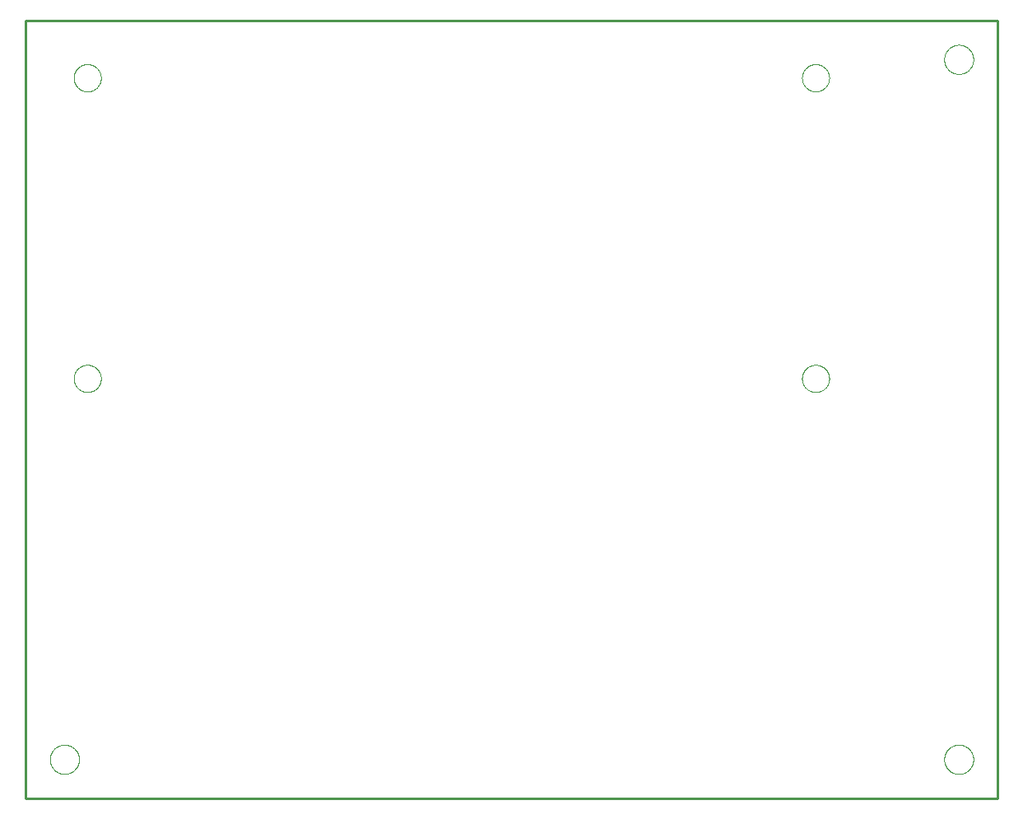
<source format=gko>
G04 EAGLE Gerber RS-274X export*
G75*
%MOMM*%
%FSLAX34Y34*%
%LPD*%
%INBoard Outline*%
%IPPOS*%
%AMOC8*
5,1,8,0,0,1.08239X$1,22.5*%
G01*
%ADD10C,0.000000*%
%ADD11C,0.254000*%


D10*
X0Y0D02*
X1000000Y0D01*
X1000000Y800000D01*
X0Y800000D01*
X0Y0D01*
X25000Y40000D02*
X25005Y40368D01*
X25018Y40736D01*
X25041Y41103D01*
X25072Y41470D01*
X25113Y41836D01*
X25162Y42201D01*
X25221Y42564D01*
X25288Y42926D01*
X25364Y43287D01*
X25450Y43645D01*
X25543Y44001D01*
X25646Y44354D01*
X25757Y44705D01*
X25877Y45053D01*
X26005Y45398D01*
X26142Y45740D01*
X26287Y46079D01*
X26440Y46413D01*
X26602Y46744D01*
X26771Y47071D01*
X26949Y47393D01*
X27134Y47712D01*
X27327Y48025D01*
X27528Y48334D01*
X27736Y48637D01*
X27952Y48935D01*
X28175Y49228D01*
X28405Y49516D01*
X28642Y49798D01*
X28886Y50073D01*
X29136Y50343D01*
X29393Y50607D01*
X29657Y50864D01*
X29927Y51114D01*
X30202Y51358D01*
X30484Y51595D01*
X30772Y51825D01*
X31065Y52048D01*
X31363Y52264D01*
X31666Y52472D01*
X31975Y52673D01*
X32288Y52866D01*
X32607Y53051D01*
X32929Y53229D01*
X33256Y53398D01*
X33587Y53560D01*
X33921Y53713D01*
X34260Y53858D01*
X34602Y53995D01*
X34947Y54123D01*
X35295Y54243D01*
X35646Y54354D01*
X35999Y54457D01*
X36355Y54550D01*
X36713Y54636D01*
X37074Y54712D01*
X37436Y54779D01*
X37799Y54838D01*
X38164Y54887D01*
X38530Y54928D01*
X38897Y54959D01*
X39264Y54982D01*
X39632Y54995D01*
X40000Y55000D01*
X40368Y54995D01*
X40736Y54982D01*
X41103Y54959D01*
X41470Y54928D01*
X41836Y54887D01*
X42201Y54838D01*
X42564Y54779D01*
X42926Y54712D01*
X43287Y54636D01*
X43645Y54550D01*
X44001Y54457D01*
X44354Y54354D01*
X44705Y54243D01*
X45053Y54123D01*
X45398Y53995D01*
X45740Y53858D01*
X46079Y53713D01*
X46413Y53560D01*
X46744Y53398D01*
X47071Y53229D01*
X47393Y53051D01*
X47712Y52866D01*
X48025Y52673D01*
X48334Y52472D01*
X48637Y52264D01*
X48935Y52048D01*
X49228Y51825D01*
X49516Y51595D01*
X49798Y51358D01*
X50073Y51114D01*
X50343Y50864D01*
X50607Y50607D01*
X50864Y50343D01*
X51114Y50073D01*
X51358Y49798D01*
X51595Y49516D01*
X51825Y49228D01*
X52048Y48935D01*
X52264Y48637D01*
X52472Y48334D01*
X52673Y48025D01*
X52866Y47712D01*
X53051Y47393D01*
X53229Y47071D01*
X53398Y46744D01*
X53560Y46413D01*
X53713Y46079D01*
X53858Y45740D01*
X53995Y45398D01*
X54123Y45053D01*
X54243Y44705D01*
X54354Y44354D01*
X54457Y44001D01*
X54550Y43645D01*
X54636Y43287D01*
X54712Y42926D01*
X54779Y42564D01*
X54838Y42201D01*
X54887Y41836D01*
X54928Y41470D01*
X54959Y41103D01*
X54982Y40736D01*
X54995Y40368D01*
X55000Y40000D01*
X54995Y39632D01*
X54982Y39264D01*
X54959Y38897D01*
X54928Y38530D01*
X54887Y38164D01*
X54838Y37799D01*
X54779Y37436D01*
X54712Y37074D01*
X54636Y36713D01*
X54550Y36355D01*
X54457Y35999D01*
X54354Y35646D01*
X54243Y35295D01*
X54123Y34947D01*
X53995Y34602D01*
X53858Y34260D01*
X53713Y33921D01*
X53560Y33587D01*
X53398Y33256D01*
X53229Y32929D01*
X53051Y32607D01*
X52866Y32288D01*
X52673Y31975D01*
X52472Y31666D01*
X52264Y31363D01*
X52048Y31065D01*
X51825Y30772D01*
X51595Y30484D01*
X51358Y30202D01*
X51114Y29927D01*
X50864Y29657D01*
X50607Y29393D01*
X50343Y29136D01*
X50073Y28886D01*
X49798Y28642D01*
X49516Y28405D01*
X49228Y28175D01*
X48935Y27952D01*
X48637Y27736D01*
X48334Y27528D01*
X48025Y27327D01*
X47712Y27134D01*
X47393Y26949D01*
X47071Y26771D01*
X46744Y26602D01*
X46413Y26440D01*
X46079Y26287D01*
X45740Y26142D01*
X45398Y26005D01*
X45053Y25877D01*
X44705Y25757D01*
X44354Y25646D01*
X44001Y25543D01*
X43645Y25450D01*
X43287Y25364D01*
X42926Y25288D01*
X42564Y25221D01*
X42201Y25162D01*
X41836Y25113D01*
X41470Y25072D01*
X41103Y25041D01*
X40736Y25018D01*
X40368Y25005D01*
X40000Y25000D01*
X39632Y25005D01*
X39264Y25018D01*
X38897Y25041D01*
X38530Y25072D01*
X38164Y25113D01*
X37799Y25162D01*
X37436Y25221D01*
X37074Y25288D01*
X36713Y25364D01*
X36355Y25450D01*
X35999Y25543D01*
X35646Y25646D01*
X35295Y25757D01*
X34947Y25877D01*
X34602Y26005D01*
X34260Y26142D01*
X33921Y26287D01*
X33587Y26440D01*
X33256Y26602D01*
X32929Y26771D01*
X32607Y26949D01*
X32288Y27134D01*
X31975Y27327D01*
X31666Y27528D01*
X31363Y27736D01*
X31065Y27952D01*
X30772Y28175D01*
X30484Y28405D01*
X30202Y28642D01*
X29927Y28886D01*
X29657Y29136D01*
X29393Y29393D01*
X29136Y29657D01*
X28886Y29927D01*
X28642Y30202D01*
X28405Y30484D01*
X28175Y30772D01*
X27952Y31065D01*
X27736Y31363D01*
X27528Y31666D01*
X27327Y31975D01*
X27134Y32288D01*
X26949Y32607D01*
X26771Y32929D01*
X26602Y33256D01*
X26440Y33587D01*
X26287Y33921D01*
X26142Y34260D01*
X26005Y34602D01*
X25877Y34947D01*
X25757Y35295D01*
X25646Y35646D01*
X25543Y35999D01*
X25450Y36355D01*
X25364Y36713D01*
X25288Y37074D01*
X25221Y37436D01*
X25162Y37799D01*
X25113Y38164D01*
X25072Y38530D01*
X25041Y38897D01*
X25018Y39264D01*
X25005Y39632D01*
X25000Y40000D01*
X945000Y40000D02*
X945005Y40368D01*
X945018Y40736D01*
X945041Y41103D01*
X945072Y41470D01*
X945113Y41836D01*
X945162Y42201D01*
X945221Y42564D01*
X945288Y42926D01*
X945364Y43287D01*
X945450Y43645D01*
X945543Y44001D01*
X945646Y44354D01*
X945757Y44705D01*
X945877Y45053D01*
X946005Y45398D01*
X946142Y45740D01*
X946287Y46079D01*
X946440Y46413D01*
X946602Y46744D01*
X946771Y47071D01*
X946949Y47393D01*
X947134Y47712D01*
X947327Y48025D01*
X947528Y48334D01*
X947736Y48637D01*
X947952Y48935D01*
X948175Y49228D01*
X948405Y49516D01*
X948642Y49798D01*
X948886Y50073D01*
X949136Y50343D01*
X949393Y50607D01*
X949657Y50864D01*
X949927Y51114D01*
X950202Y51358D01*
X950484Y51595D01*
X950772Y51825D01*
X951065Y52048D01*
X951363Y52264D01*
X951666Y52472D01*
X951975Y52673D01*
X952288Y52866D01*
X952607Y53051D01*
X952929Y53229D01*
X953256Y53398D01*
X953587Y53560D01*
X953921Y53713D01*
X954260Y53858D01*
X954602Y53995D01*
X954947Y54123D01*
X955295Y54243D01*
X955646Y54354D01*
X955999Y54457D01*
X956355Y54550D01*
X956713Y54636D01*
X957074Y54712D01*
X957436Y54779D01*
X957799Y54838D01*
X958164Y54887D01*
X958530Y54928D01*
X958897Y54959D01*
X959264Y54982D01*
X959632Y54995D01*
X960000Y55000D01*
X960368Y54995D01*
X960736Y54982D01*
X961103Y54959D01*
X961470Y54928D01*
X961836Y54887D01*
X962201Y54838D01*
X962564Y54779D01*
X962926Y54712D01*
X963287Y54636D01*
X963645Y54550D01*
X964001Y54457D01*
X964354Y54354D01*
X964705Y54243D01*
X965053Y54123D01*
X965398Y53995D01*
X965740Y53858D01*
X966079Y53713D01*
X966413Y53560D01*
X966744Y53398D01*
X967071Y53229D01*
X967393Y53051D01*
X967712Y52866D01*
X968025Y52673D01*
X968334Y52472D01*
X968637Y52264D01*
X968935Y52048D01*
X969228Y51825D01*
X969516Y51595D01*
X969798Y51358D01*
X970073Y51114D01*
X970343Y50864D01*
X970607Y50607D01*
X970864Y50343D01*
X971114Y50073D01*
X971358Y49798D01*
X971595Y49516D01*
X971825Y49228D01*
X972048Y48935D01*
X972264Y48637D01*
X972472Y48334D01*
X972673Y48025D01*
X972866Y47712D01*
X973051Y47393D01*
X973229Y47071D01*
X973398Y46744D01*
X973560Y46413D01*
X973713Y46079D01*
X973858Y45740D01*
X973995Y45398D01*
X974123Y45053D01*
X974243Y44705D01*
X974354Y44354D01*
X974457Y44001D01*
X974550Y43645D01*
X974636Y43287D01*
X974712Y42926D01*
X974779Y42564D01*
X974838Y42201D01*
X974887Y41836D01*
X974928Y41470D01*
X974959Y41103D01*
X974982Y40736D01*
X974995Y40368D01*
X975000Y40000D01*
X974995Y39632D01*
X974982Y39264D01*
X974959Y38897D01*
X974928Y38530D01*
X974887Y38164D01*
X974838Y37799D01*
X974779Y37436D01*
X974712Y37074D01*
X974636Y36713D01*
X974550Y36355D01*
X974457Y35999D01*
X974354Y35646D01*
X974243Y35295D01*
X974123Y34947D01*
X973995Y34602D01*
X973858Y34260D01*
X973713Y33921D01*
X973560Y33587D01*
X973398Y33256D01*
X973229Y32929D01*
X973051Y32607D01*
X972866Y32288D01*
X972673Y31975D01*
X972472Y31666D01*
X972264Y31363D01*
X972048Y31065D01*
X971825Y30772D01*
X971595Y30484D01*
X971358Y30202D01*
X971114Y29927D01*
X970864Y29657D01*
X970607Y29393D01*
X970343Y29136D01*
X970073Y28886D01*
X969798Y28642D01*
X969516Y28405D01*
X969228Y28175D01*
X968935Y27952D01*
X968637Y27736D01*
X968334Y27528D01*
X968025Y27327D01*
X967712Y27134D01*
X967393Y26949D01*
X967071Y26771D01*
X966744Y26602D01*
X966413Y26440D01*
X966079Y26287D01*
X965740Y26142D01*
X965398Y26005D01*
X965053Y25877D01*
X964705Y25757D01*
X964354Y25646D01*
X964001Y25543D01*
X963645Y25450D01*
X963287Y25364D01*
X962926Y25288D01*
X962564Y25221D01*
X962201Y25162D01*
X961836Y25113D01*
X961470Y25072D01*
X961103Y25041D01*
X960736Y25018D01*
X960368Y25005D01*
X960000Y25000D01*
X959632Y25005D01*
X959264Y25018D01*
X958897Y25041D01*
X958530Y25072D01*
X958164Y25113D01*
X957799Y25162D01*
X957436Y25221D01*
X957074Y25288D01*
X956713Y25364D01*
X956355Y25450D01*
X955999Y25543D01*
X955646Y25646D01*
X955295Y25757D01*
X954947Y25877D01*
X954602Y26005D01*
X954260Y26142D01*
X953921Y26287D01*
X953587Y26440D01*
X953256Y26602D01*
X952929Y26771D01*
X952607Y26949D01*
X952288Y27134D01*
X951975Y27327D01*
X951666Y27528D01*
X951363Y27736D01*
X951065Y27952D01*
X950772Y28175D01*
X950484Y28405D01*
X950202Y28642D01*
X949927Y28886D01*
X949657Y29136D01*
X949393Y29393D01*
X949136Y29657D01*
X948886Y29927D01*
X948642Y30202D01*
X948405Y30484D01*
X948175Y30772D01*
X947952Y31065D01*
X947736Y31363D01*
X947528Y31666D01*
X947327Y31975D01*
X947134Y32288D01*
X946949Y32607D01*
X946771Y32929D01*
X946602Y33256D01*
X946440Y33587D01*
X946287Y33921D01*
X946142Y34260D01*
X946005Y34602D01*
X945877Y34947D01*
X945757Y35295D01*
X945646Y35646D01*
X945543Y35999D01*
X945450Y36355D01*
X945364Y36713D01*
X945288Y37074D01*
X945221Y37436D01*
X945162Y37799D01*
X945113Y38164D01*
X945072Y38530D01*
X945041Y38897D01*
X945018Y39264D01*
X945005Y39632D01*
X945000Y40000D01*
X945000Y760000D02*
X945005Y760368D01*
X945018Y760736D01*
X945041Y761103D01*
X945072Y761470D01*
X945113Y761836D01*
X945162Y762201D01*
X945221Y762564D01*
X945288Y762926D01*
X945364Y763287D01*
X945450Y763645D01*
X945543Y764001D01*
X945646Y764354D01*
X945757Y764705D01*
X945877Y765053D01*
X946005Y765398D01*
X946142Y765740D01*
X946287Y766079D01*
X946440Y766413D01*
X946602Y766744D01*
X946771Y767071D01*
X946949Y767393D01*
X947134Y767712D01*
X947327Y768025D01*
X947528Y768334D01*
X947736Y768637D01*
X947952Y768935D01*
X948175Y769228D01*
X948405Y769516D01*
X948642Y769798D01*
X948886Y770073D01*
X949136Y770343D01*
X949393Y770607D01*
X949657Y770864D01*
X949927Y771114D01*
X950202Y771358D01*
X950484Y771595D01*
X950772Y771825D01*
X951065Y772048D01*
X951363Y772264D01*
X951666Y772472D01*
X951975Y772673D01*
X952288Y772866D01*
X952607Y773051D01*
X952929Y773229D01*
X953256Y773398D01*
X953587Y773560D01*
X953921Y773713D01*
X954260Y773858D01*
X954602Y773995D01*
X954947Y774123D01*
X955295Y774243D01*
X955646Y774354D01*
X955999Y774457D01*
X956355Y774550D01*
X956713Y774636D01*
X957074Y774712D01*
X957436Y774779D01*
X957799Y774838D01*
X958164Y774887D01*
X958530Y774928D01*
X958897Y774959D01*
X959264Y774982D01*
X959632Y774995D01*
X960000Y775000D01*
X960368Y774995D01*
X960736Y774982D01*
X961103Y774959D01*
X961470Y774928D01*
X961836Y774887D01*
X962201Y774838D01*
X962564Y774779D01*
X962926Y774712D01*
X963287Y774636D01*
X963645Y774550D01*
X964001Y774457D01*
X964354Y774354D01*
X964705Y774243D01*
X965053Y774123D01*
X965398Y773995D01*
X965740Y773858D01*
X966079Y773713D01*
X966413Y773560D01*
X966744Y773398D01*
X967071Y773229D01*
X967393Y773051D01*
X967712Y772866D01*
X968025Y772673D01*
X968334Y772472D01*
X968637Y772264D01*
X968935Y772048D01*
X969228Y771825D01*
X969516Y771595D01*
X969798Y771358D01*
X970073Y771114D01*
X970343Y770864D01*
X970607Y770607D01*
X970864Y770343D01*
X971114Y770073D01*
X971358Y769798D01*
X971595Y769516D01*
X971825Y769228D01*
X972048Y768935D01*
X972264Y768637D01*
X972472Y768334D01*
X972673Y768025D01*
X972866Y767712D01*
X973051Y767393D01*
X973229Y767071D01*
X973398Y766744D01*
X973560Y766413D01*
X973713Y766079D01*
X973858Y765740D01*
X973995Y765398D01*
X974123Y765053D01*
X974243Y764705D01*
X974354Y764354D01*
X974457Y764001D01*
X974550Y763645D01*
X974636Y763287D01*
X974712Y762926D01*
X974779Y762564D01*
X974838Y762201D01*
X974887Y761836D01*
X974928Y761470D01*
X974959Y761103D01*
X974982Y760736D01*
X974995Y760368D01*
X975000Y760000D01*
X974995Y759632D01*
X974982Y759264D01*
X974959Y758897D01*
X974928Y758530D01*
X974887Y758164D01*
X974838Y757799D01*
X974779Y757436D01*
X974712Y757074D01*
X974636Y756713D01*
X974550Y756355D01*
X974457Y755999D01*
X974354Y755646D01*
X974243Y755295D01*
X974123Y754947D01*
X973995Y754602D01*
X973858Y754260D01*
X973713Y753921D01*
X973560Y753587D01*
X973398Y753256D01*
X973229Y752929D01*
X973051Y752607D01*
X972866Y752288D01*
X972673Y751975D01*
X972472Y751666D01*
X972264Y751363D01*
X972048Y751065D01*
X971825Y750772D01*
X971595Y750484D01*
X971358Y750202D01*
X971114Y749927D01*
X970864Y749657D01*
X970607Y749393D01*
X970343Y749136D01*
X970073Y748886D01*
X969798Y748642D01*
X969516Y748405D01*
X969228Y748175D01*
X968935Y747952D01*
X968637Y747736D01*
X968334Y747528D01*
X968025Y747327D01*
X967712Y747134D01*
X967393Y746949D01*
X967071Y746771D01*
X966744Y746602D01*
X966413Y746440D01*
X966079Y746287D01*
X965740Y746142D01*
X965398Y746005D01*
X965053Y745877D01*
X964705Y745757D01*
X964354Y745646D01*
X964001Y745543D01*
X963645Y745450D01*
X963287Y745364D01*
X962926Y745288D01*
X962564Y745221D01*
X962201Y745162D01*
X961836Y745113D01*
X961470Y745072D01*
X961103Y745041D01*
X960736Y745018D01*
X960368Y745005D01*
X960000Y745000D01*
X959632Y745005D01*
X959264Y745018D01*
X958897Y745041D01*
X958530Y745072D01*
X958164Y745113D01*
X957799Y745162D01*
X957436Y745221D01*
X957074Y745288D01*
X956713Y745364D01*
X956355Y745450D01*
X955999Y745543D01*
X955646Y745646D01*
X955295Y745757D01*
X954947Y745877D01*
X954602Y746005D01*
X954260Y746142D01*
X953921Y746287D01*
X953587Y746440D01*
X953256Y746602D01*
X952929Y746771D01*
X952607Y746949D01*
X952288Y747134D01*
X951975Y747327D01*
X951666Y747528D01*
X951363Y747736D01*
X951065Y747952D01*
X950772Y748175D01*
X950484Y748405D01*
X950202Y748642D01*
X949927Y748886D01*
X949657Y749136D01*
X949393Y749393D01*
X949136Y749657D01*
X948886Y749927D01*
X948642Y750202D01*
X948405Y750484D01*
X948175Y750772D01*
X947952Y751065D01*
X947736Y751363D01*
X947528Y751666D01*
X947327Y751975D01*
X947134Y752288D01*
X946949Y752607D01*
X946771Y752929D01*
X946602Y753256D01*
X946440Y753587D01*
X946287Y753921D01*
X946142Y754260D01*
X946005Y754602D01*
X945877Y754947D01*
X945757Y755295D01*
X945646Y755646D01*
X945543Y755999D01*
X945450Y756355D01*
X945364Y756713D01*
X945288Y757074D01*
X945221Y757436D01*
X945162Y757799D01*
X945113Y758164D01*
X945072Y758530D01*
X945041Y758897D01*
X945018Y759264D01*
X945005Y759632D01*
X945000Y760000D01*
X49500Y431800D02*
X49504Y432144D01*
X49517Y432487D01*
X49538Y432830D01*
X49567Y433172D01*
X49605Y433514D01*
X49652Y433854D01*
X49706Y434193D01*
X49769Y434531D01*
X49840Y434867D01*
X49920Y435202D01*
X50007Y435534D01*
X50103Y435864D01*
X50207Y436192D01*
X50318Y436516D01*
X50438Y436839D01*
X50566Y437158D01*
X50701Y437473D01*
X50844Y437786D01*
X50995Y438095D01*
X51153Y438400D01*
X51319Y438701D01*
X51492Y438997D01*
X51672Y439290D01*
X51859Y439578D01*
X52054Y439861D01*
X52255Y440140D01*
X52463Y440413D01*
X52678Y440682D01*
X52899Y440944D01*
X53127Y441202D01*
X53361Y441454D01*
X53601Y441699D01*
X53846Y441939D01*
X54098Y442173D01*
X54356Y442401D01*
X54618Y442622D01*
X54887Y442837D01*
X55160Y443045D01*
X55439Y443246D01*
X55722Y443441D01*
X56010Y443628D01*
X56303Y443808D01*
X56599Y443981D01*
X56900Y444147D01*
X57205Y444305D01*
X57514Y444456D01*
X57827Y444599D01*
X58142Y444734D01*
X58461Y444862D01*
X58784Y444982D01*
X59108Y445093D01*
X59436Y445197D01*
X59766Y445293D01*
X60098Y445380D01*
X60433Y445460D01*
X60769Y445531D01*
X61107Y445594D01*
X61446Y445648D01*
X61786Y445695D01*
X62128Y445733D01*
X62470Y445762D01*
X62813Y445783D01*
X63156Y445796D01*
X63500Y445800D01*
X63844Y445796D01*
X64187Y445783D01*
X64530Y445762D01*
X64872Y445733D01*
X65214Y445695D01*
X65554Y445648D01*
X65893Y445594D01*
X66231Y445531D01*
X66567Y445460D01*
X66902Y445380D01*
X67234Y445293D01*
X67564Y445197D01*
X67892Y445093D01*
X68216Y444982D01*
X68539Y444862D01*
X68858Y444734D01*
X69173Y444599D01*
X69486Y444456D01*
X69795Y444305D01*
X70100Y444147D01*
X70401Y443981D01*
X70697Y443808D01*
X70990Y443628D01*
X71278Y443441D01*
X71561Y443246D01*
X71840Y443045D01*
X72113Y442837D01*
X72382Y442622D01*
X72644Y442401D01*
X72902Y442173D01*
X73154Y441939D01*
X73399Y441699D01*
X73639Y441454D01*
X73873Y441202D01*
X74101Y440944D01*
X74322Y440682D01*
X74537Y440413D01*
X74745Y440140D01*
X74946Y439861D01*
X75141Y439578D01*
X75328Y439290D01*
X75508Y438997D01*
X75681Y438701D01*
X75847Y438400D01*
X76005Y438095D01*
X76156Y437786D01*
X76299Y437473D01*
X76434Y437158D01*
X76562Y436839D01*
X76682Y436516D01*
X76793Y436192D01*
X76897Y435864D01*
X76993Y435534D01*
X77080Y435202D01*
X77160Y434867D01*
X77231Y434531D01*
X77294Y434193D01*
X77348Y433854D01*
X77395Y433514D01*
X77433Y433172D01*
X77462Y432830D01*
X77483Y432487D01*
X77496Y432144D01*
X77500Y431800D01*
X77496Y431456D01*
X77483Y431113D01*
X77462Y430770D01*
X77433Y430428D01*
X77395Y430086D01*
X77348Y429746D01*
X77294Y429407D01*
X77231Y429069D01*
X77160Y428733D01*
X77080Y428398D01*
X76993Y428066D01*
X76897Y427736D01*
X76793Y427408D01*
X76682Y427084D01*
X76562Y426761D01*
X76434Y426442D01*
X76299Y426127D01*
X76156Y425814D01*
X76005Y425505D01*
X75847Y425200D01*
X75681Y424899D01*
X75508Y424603D01*
X75328Y424310D01*
X75141Y424022D01*
X74946Y423739D01*
X74745Y423460D01*
X74537Y423187D01*
X74322Y422918D01*
X74101Y422656D01*
X73873Y422398D01*
X73639Y422146D01*
X73399Y421901D01*
X73154Y421661D01*
X72902Y421427D01*
X72644Y421199D01*
X72382Y420978D01*
X72113Y420763D01*
X71840Y420555D01*
X71561Y420354D01*
X71278Y420159D01*
X70990Y419972D01*
X70697Y419792D01*
X70401Y419619D01*
X70100Y419453D01*
X69795Y419295D01*
X69486Y419144D01*
X69173Y419001D01*
X68858Y418866D01*
X68539Y418738D01*
X68216Y418618D01*
X67892Y418507D01*
X67564Y418403D01*
X67234Y418307D01*
X66902Y418220D01*
X66567Y418140D01*
X66231Y418069D01*
X65893Y418006D01*
X65554Y417952D01*
X65214Y417905D01*
X64872Y417867D01*
X64530Y417838D01*
X64187Y417817D01*
X63844Y417804D01*
X63500Y417800D01*
X63156Y417804D01*
X62813Y417817D01*
X62470Y417838D01*
X62128Y417867D01*
X61786Y417905D01*
X61446Y417952D01*
X61107Y418006D01*
X60769Y418069D01*
X60433Y418140D01*
X60098Y418220D01*
X59766Y418307D01*
X59436Y418403D01*
X59108Y418507D01*
X58784Y418618D01*
X58461Y418738D01*
X58142Y418866D01*
X57827Y419001D01*
X57514Y419144D01*
X57205Y419295D01*
X56900Y419453D01*
X56599Y419619D01*
X56303Y419792D01*
X56010Y419972D01*
X55722Y420159D01*
X55439Y420354D01*
X55160Y420555D01*
X54887Y420763D01*
X54618Y420978D01*
X54356Y421199D01*
X54098Y421427D01*
X53846Y421661D01*
X53601Y421901D01*
X53361Y422146D01*
X53127Y422398D01*
X52899Y422656D01*
X52678Y422918D01*
X52463Y423187D01*
X52255Y423460D01*
X52054Y423739D01*
X51859Y424022D01*
X51672Y424310D01*
X51492Y424603D01*
X51319Y424899D01*
X51153Y425200D01*
X50995Y425505D01*
X50844Y425814D01*
X50701Y426127D01*
X50566Y426442D01*
X50438Y426761D01*
X50318Y427084D01*
X50207Y427408D01*
X50103Y427736D01*
X50007Y428066D01*
X49920Y428398D01*
X49840Y428733D01*
X49769Y429069D01*
X49706Y429407D01*
X49652Y429746D01*
X49605Y430086D01*
X49567Y430428D01*
X49538Y430770D01*
X49517Y431113D01*
X49504Y431456D01*
X49500Y431800D01*
X49500Y741000D02*
X49504Y741344D01*
X49517Y741687D01*
X49538Y742030D01*
X49567Y742372D01*
X49605Y742714D01*
X49652Y743054D01*
X49706Y743393D01*
X49769Y743731D01*
X49840Y744067D01*
X49920Y744402D01*
X50007Y744734D01*
X50103Y745064D01*
X50207Y745392D01*
X50318Y745716D01*
X50438Y746039D01*
X50566Y746358D01*
X50701Y746673D01*
X50844Y746986D01*
X50995Y747295D01*
X51153Y747600D01*
X51319Y747901D01*
X51492Y748197D01*
X51672Y748490D01*
X51859Y748778D01*
X52054Y749061D01*
X52255Y749340D01*
X52463Y749613D01*
X52678Y749882D01*
X52899Y750144D01*
X53127Y750402D01*
X53361Y750654D01*
X53601Y750899D01*
X53846Y751139D01*
X54098Y751373D01*
X54356Y751601D01*
X54618Y751822D01*
X54887Y752037D01*
X55160Y752245D01*
X55439Y752446D01*
X55722Y752641D01*
X56010Y752828D01*
X56303Y753008D01*
X56599Y753181D01*
X56900Y753347D01*
X57205Y753505D01*
X57514Y753656D01*
X57827Y753799D01*
X58142Y753934D01*
X58461Y754062D01*
X58784Y754182D01*
X59108Y754293D01*
X59436Y754397D01*
X59766Y754493D01*
X60098Y754580D01*
X60433Y754660D01*
X60769Y754731D01*
X61107Y754794D01*
X61446Y754848D01*
X61786Y754895D01*
X62128Y754933D01*
X62470Y754962D01*
X62813Y754983D01*
X63156Y754996D01*
X63500Y755000D01*
X63844Y754996D01*
X64187Y754983D01*
X64530Y754962D01*
X64872Y754933D01*
X65214Y754895D01*
X65554Y754848D01*
X65893Y754794D01*
X66231Y754731D01*
X66567Y754660D01*
X66902Y754580D01*
X67234Y754493D01*
X67564Y754397D01*
X67892Y754293D01*
X68216Y754182D01*
X68539Y754062D01*
X68858Y753934D01*
X69173Y753799D01*
X69486Y753656D01*
X69795Y753505D01*
X70100Y753347D01*
X70401Y753181D01*
X70697Y753008D01*
X70990Y752828D01*
X71278Y752641D01*
X71561Y752446D01*
X71840Y752245D01*
X72113Y752037D01*
X72382Y751822D01*
X72644Y751601D01*
X72902Y751373D01*
X73154Y751139D01*
X73399Y750899D01*
X73639Y750654D01*
X73873Y750402D01*
X74101Y750144D01*
X74322Y749882D01*
X74537Y749613D01*
X74745Y749340D01*
X74946Y749061D01*
X75141Y748778D01*
X75328Y748490D01*
X75508Y748197D01*
X75681Y747901D01*
X75847Y747600D01*
X76005Y747295D01*
X76156Y746986D01*
X76299Y746673D01*
X76434Y746358D01*
X76562Y746039D01*
X76682Y745716D01*
X76793Y745392D01*
X76897Y745064D01*
X76993Y744734D01*
X77080Y744402D01*
X77160Y744067D01*
X77231Y743731D01*
X77294Y743393D01*
X77348Y743054D01*
X77395Y742714D01*
X77433Y742372D01*
X77462Y742030D01*
X77483Y741687D01*
X77496Y741344D01*
X77500Y741000D01*
X77496Y740656D01*
X77483Y740313D01*
X77462Y739970D01*
X77433Y739628D01*
X77395Y739286D01*
X77348Y738946D01*
X77294Y738607D01*
X77231Y738269D01*
X77160Y737933D01*
X77080Y737598D01*
X76993Y737266D01*
X76897Y736936D01*
X76793Y736608D01*
X76682Y736284D01*
X76562Y735961D01*
X76434Y735642D01*
X76299Y735327D01*
X76156Y735014D01*
X76005Y734705D01*
X75847Y734400D01*
X75681Y734099D01*
X75508Y733803D01*
X75328Y733510D01*
X75141Y733222D01*
X74946Y732939D01*
X74745Y732660D01*
X74537Y732387D01*
X74322Y732118D01*
X74101Y731856D01*
X73873Y731598D01*
X73639Y731346D01*
X73399Y731101D01*
X73154Y730861D01*
X72902Y730627D01*
X72644Y730399D01*
X72382Y730178D01*
X72113Y729963D01*
X71840Y729755D01*
X71561Y729554D01*
X71278Y729359D01*
X70990Y729172D01*
X70697Y728992D01*
X70401Y728819D01*
X70100Y728653D01*
X69795Y728495D01*
X69486Y728344D01*
X69173Y728201D01*
X68858Y728066D01*
X68539Y727938D01*
X68216Y727818D01*
X67892Y727707D01*
X67564Y727603D01*
X67234Y727507D01*
X66902Y727420D01*
X66567Y727340D01*
X66231Y727269D01*
X65893Y727206D01*
X65554Y727152D01*
X65214Y727105D01*
X64872Y727067D01*
X64530Y727038D01*
X64187Y727017D01*
X63844Y727004D01*
X63500Y727000D01*
X63156Y727004D01*
X62813Y727017D01*
X62470Y727038D01*
X62128Y727067D01*
X61786Y727105D01*
X61446Y727152D01*
X61107Y727206D01*
X60769Y727269D01*
X60433Y727340D01*
X60098Y727420D01*
X59766Y727507D01*
X59436Y727603D01*
X59108Y727707D01*
X58784Y727818D01*
X58461Y727938D01*
X58142Y728066D01*
X57827Y728201D01*
X57514Y728344D01*
X57205Y728495D01*
X56900Y728653D01*
X56599Y728819D01*
X56303Y728992D01*
X56010Y729172D01*
X55722Y729359D01*
X55439Y729554D01*
X55160Y729755D01*
X54887Y729963D01*
X54618Y730178D01*
X54356Y730399D01*
X54098Y730627D01*
X53846Y730861D01*
X53601Y731101D01*
X53361Y731346D01*
X53127Y731598D01*
X52899Y731856D01*
X52678Y732118D01*
X52463Y732387D01*
X52255Y732660D01*
X52054Y732939D01*
X51859Y733222D01*
X51672Y733510D01*
X51492Y733803D01*
X51319Y734099D01*
X51153Y734400D01*
X50995Y734705D01*
X50844Y735014D01*
X50701Y735327D01*
X50566Y735642D01*
X50438Y735961D01*
X50318Y736284D01*
X50207Y736608D01*
X50103Y736936D01*
X50007Y737266D01*
X49920Y737598D01*
X49840Y737933D01*
X49769Y738269D01*
X49706Y738607D01*
X49652Y738946D01*
X49605Y739286D01*
X49567Y739628D01*
X49538Y739970D01*
X49517Y740313D01*
X49504Y740656D01*
X49500Y741000D01*
X798700Y741000D02*
X798704Y741344D01*
X798717Y741687D01*
X798738Y742030D01*
X798767Y742372D01*
X798805Y742714D01*
X798852Y743054D01*
X798906Y743393D01*
X798969Y743731D01*
X799040Y744067D01*
X799120Y744402D01*
X799207Y744734D01*
X799303Y745064D01*
X799407Y745392D01*
X799518Y745716D01*
X799638Y746039D01*
X799766Y746358D01*
X799901Y746673D01*
X800044Y746986D01*
X800195Y747295D01*
X800353Y747600D01*
X800519Y747901D01*
X800692Y748197D01*
X800872Y748490D01*
X801059Y748778D01*
X801254Y749061D01*
X801455Y749340D01*
X801663Y749613D01*
X801878Y749882D01*
X802099Y750144D01*
X802327Y750402D01*
X802561Y750654D01*
X802801Y750899D01*
X803046Y751139D01*
X803298Y751373D01*
X803556Y751601D01*
X803818Y751822D01*
X804087Y752037D01*
X804360Y752245D01*
X804639Y752446D01*
X804922Y752641D01*
X805210Y752828D01*
X805503Y753008D01*
X805799Y753181D01*
X806100Y753347D01*
X806405Y753505D01*
X806714Y753656D01*
X807027Y753799D01*
X807342Y753934D01*
X807661Y754062D01*
X807984Y754182D01*
X808308Y754293D01*
X808636Y754397D01*
X808966Y754493D01*
X809298Y754580D01*
X809633Y754660D01*
X809969Y754731D01*
X810307Y754794D01*
X810646Y754848D01*
X810986Y754895D01*
X811328Y754933D01*
X811670Y754962D01*
X812013Y754983D01*
X812356Y754996D01*
X812700Y755000D01*
X813044Y754996D01*
X813387Y754983D01*
X813730Y754962D01*
X814072Y754933D01*
X814414Y754895D01*
X814754Y754848D01*
X815093Y754794D01*
X815431Y754731D01*
X815767Y754660D01*
X816102Y754580D01*
X816434Y754493D01*
X816764Y754397D01*
X817092Y754293D01*
X817416Y754182D01*
X817739Y754062D01*
X818058Y753934D01*
X818373Y753799D01*
X818686Y753656D01*
X818995Y753505D01*
X819300Y753347D01*
X819601Y753181D01*
X819897Y753008D01*
X820190Y752828D01*
X820478Y752641D01*
X820761Y752446D01*
X821040Y752245D01*
X821313Y752037D01*
X821582Y751822D01*
X821844Y751601D01*
X822102Y751373D01*
X822354Y751139D01*
X822599Y750899D01*
X822839Y750654D01*
X823073Y750402D01*
X823301Y750144D01*
X823522Y749882D01*
X823737Y749613D01*
X823945Y749340D01*
X824146Y749061D01*
X824341Y748778D01*
X824528Y748490D01*
X824708Y748197D01*
X824881Y747901D01*
X825047Y747600D01*
X825205Y747295D01*
X825356Y746986D01*
X825499Y746673D01*
X825634Y746358D01*
X825762Y746039D01*
X825882Y745716D01*
X825993Y745392D01*
X826097Y745064D01*
X826193Y744734D01*
X826280Y744402D01*
X826360Y744067D01*
X826431Y743731D01*
X826494Y743393D01*
X826548Y743054D01*
X826595Y742714D01*
X826633Y742372D01*
X826662Y742030D01*
X826683Y741687D01*
X826696Y741344D01*
X826700Y741000D01*
X826696Y740656D01*
X826683Y740313D01*
X826662Y739970D01*
X826633Y739628D01*
X826595Y739286D01*
X826548Y738946D01*
X826494Y738607D01*
X826431Y738269D01*
X826360Y737933D01*
X826280Y737598D01*
X826193Y737266D01*
X826097Y736936D01*
X825993Y736608D01*
X825882Y736284D01*
X825762Y735961D01*
X825634Y735642D01*
X825499Y735327D01*
X825356Y735014D01*
X825205Y734705D01*
X825047Y734400D01*
X824881Y734099D01*
X824708Y733803D01*
X824528Y733510D01*
X824341Y733222D01*
X824146Y732939D01*
X823945Y732660D01*
X823737Y732387D01*
X823522Y732118D01*
X823301Y731856D01*
X823073Y731598D01*
X822839Y731346D01*
X822599Y731101D01*
X822354Y730861D01*
X822102Y730627D01*
X821844Y730399D01*
X821582Y730178D01*
X821313Y729963D01*
X821040Y729755D01*
X820761Y729554D01*
X820478Y729359D01*
X820190Y729172D01*
X819897Y728992D01*
X819601Y728819D01*
X819300Y728653D01*
X818995Y728495D01*
X818686Y728344D01*
X818373Y728201D01*
X818058Y728066D01*
X817739Y727938D01*
X817416Y727818D01*
X817092Y727707D01*
X816764Y727603D01*
X816434Y727507D01*
X816102Y727420D01*
X815767Y727340D01*
X815431Y727269D01*
X815093Y727206D01*
X814754Y727152D01*
X814414Y727105D01*
X814072Y727067D01*
X813730Y727038D01*
X813387Y727017D01*
X813044Y727004D01*
X812700Y727000D01*
X812356Y727004D01*
X812013Y727017D01*
X811670Y727038D01*
X811328Y727067D01*
X810986Y727105D01*
X810646Y727152D01*
X810307Y727206D01*
X809969Y727269D01*
X809633Y727340D01*
X809298Y727420D01*
X808966Y727507D01*
X808636Y727603D01*
X808308Y727707D01*
X807984Y727818D01*
X807661Y727938D01*
X807342Y728066D01*
X807027Y728201D01*
X806714Y728344D01*
X806405Y728495D01*
X806100Y728653D01*
X805799Y728819D01*
X805503Y728992D01*
X805210Y729172D01*
X804922Y729359D01*
X804639Y729554D01*
X804360Y729755D01*
X804087Y729963D01*
X803818Y730178D01*
X803556Y730399D01*
X803298Y730627D01*
X803046Y730861D01*
X802801Y731101D01*
X802561Y731346D01*
X802327Y731598D01*
X802099Y731856D01*
X801878Y732118D01*
X801663Y732387D01*
X801455Y732660D01*
X801254Y732939D01*
X801059Y733222D01*
X800872Y733510D01*
X800692Y733803D01*
X800519Y734099D01*
X800353Y734400D01*
X800195Y734705D01*
X800044Y735014D01*
X799901Y735327D01*
X799766Y735642D01*
X799638Y735961D01*
X799518Y736284D01*
X799407Y736608D01*
X799303Y736936D01*
X799207Y737266D01*
X799120Y737598D01*
X799040Y737933D01*
X798969Y738269D01*
X798906Y738607D01*
X798852Y738946D01*
X798805Y739286D01*
X798767Y739628D01*
X798738Y739970D01*
X798717Y740313D01*
X798704Y740656D01*
X798700Y741000D01*
X798700Y431800D02*
X798704Y432144D01*
X798717Y432487D01*
X798738Y432830D01*
X798767Y433172D01*
X798805Y433514D01*
X798852Y433854D01*
X798906Y434193D01*
X798969Y434531D01*
X799040Y434867D01*
X799120Y435202D01*
X799207Y435534D01*
X799303Y435864D01*
X799407Y436192D01*
X799518Y436516D01*
X799638Y436839D01*
X799766Y437158D01*
X799901Y437473D01*
X800044Y437786D01*
X800195Y438095D01*
X800353Y438400D01*
X800519Y438701D01*
X800692Y438997D01*
X800872Y439290D01*
X801059Y439578D01*
X801254Y439861D01*
X801455Y440140D01*
X801663Y440413D01*
X801878Y440682D01*
X802099Y440944D01*
X802327Y441202D01*
X802561Y441454D01*
X802801Y441699D01*
X803046Y441939D01*
X803298Y442173D01*
X803556Y442401D01*
X803818Y442622D01*
X804087Y442837D01*
X804360Y443045D01*
X804639Y443246D01*
X804922Y443441D01*
X805210Y443628D01*
X805503Y443808D01*
X805799Y443981D01*
X806100Y444147D01*
X806405Y444305D01*
X806714Y444456D01*
X807027Y444599D01*
X807342Y444734D01*
X807661Y444862D01*
X807984Y444982D01*
X808308Y445093D01*
X808636Y445197D01*
X808966Y445293D01*
X809298Y445380D01*
X809633Y445460D01*
X809969Y445531D01*
X810307Y445594D01*
X810646Y445648D01*
X810986Y445695D01*
X811328Y445733D01*
X811670Y445762D01*
X812013Y445783D01*
X812356Y445796D01*
X812700Y445800D01*
X813044Y445796D01*
X813387Y445783D01*
X813730Y445762D01*
X814072Y445733D01*
X814414Y445695D01*
X814754Y445648D01*
X815093Y445594D01*
X815431Y445531D01*
X815767Y445460D01*
X816102Y445380D01*
X816434Y445293D01*
X816764Y445197D01*
X817092Y445093D01*
X817416Y444982D01*
X817739Y444862D01*
X818058Y444734D01*
X818373Y444599D01*
X818686Y444456D01*
X818995Y444305D01*
X819300Y444147D01*
X819601Y443981D01*
X819897Y443808D01*
X820190Y443628D01*
X820478Y443441D01*
X820761Y443246D01*
X821040Y443045D01*
X821313Y442837D01*
X821582Y442622D01*
X821844Y442401D01*
X822102Y442173D01*
X822354Y441939D01*
X822599Y441699D01*
X822839Y441454D01*
X823073Y441202D01*
X823301Y440944D01*
X823522Y440682D01*
X823737Y440413D01*
X823945Y440140D01*
X824146Y439861D01*
X824341Y439578D01*
X824528Y439290D01*
X824708Y438997D01*
X824881Y438701D01*
X825047Y438400D01*
X825205Y438095D01*
X825356Y437786D01*
X825499Y437473D01*
X825634Y437158D01*
X825762Y436839D01*
X825882Y436516D01*
X825993Y436192D01*
X826097Y435864D01*
X826193Y435534D01*
X826280Y435202D01*
X826360Y434867D01*
X826431Y434531D01*
X826494Y434193D01*
X826548Y433854D01*
X826595Y433514D01*
X826633Y433172D01*
X826662Y432830D01*
X826683Y432487D01*
X826696Y432144D01*
X826700Y431800D01*
X826696Y431456D01*
X826683Y431113D01*
X826662Y430770D01*
X826633Y430428D01*
X826595Y430086D01*
X826548Y429746D01*
X826494Y429407D01*
X826431Y429069D01*
X826360Y428733D01*
X826280Y428398D01*
X826193Y428066D01*
X826097Y427736D01*
X825993Y427408D01*
X825882Y427084D01*
X825762Y426761D01*
X825634Y426442D01*
X825499Y426127D01*
X825356Y425814D01*
X825205Y425505D01*
X825047Y425200D01*
X824881Y424899D01*
X824708Y424603D01*
X824528Y424310D01*
X824341Y424022D01*
X824146Y423739D01*
X823945Y423460D01*
X823737Y423187D01*
X823522Y422918D01*
X823301Y422656D01*
X823073Y422398D01*
X822839Y422146D01*
X822599Y421901D01*
X822354Y421661D01*
X822102Y421427D01*
X821844Y421199D01*
X821582Y420978D01*
X821313Y420763D01*
X821040Y420555D01*
X820761Y420354D01*
X820478Y420159D01*
X820190Y419972D01*
X819897Y419792D01*
X819601Y419619D01*
X819300Y419453D01*
X818995Y419295D01*
X818686Y419144D01*
X818373Y419001D01*
X818058Y418866D01*
X817739Y418738D01*
X817416Y418618D01*
X817092Y418507D01*
X816764Y418403D01*
X816434Y418307D01*
X816102Y418220D01*
X815767Y418140D01*
X815431Y418069D01*
X815093Y418006D01*
X814754Y417952D01*
X814414Y417905D01*
X814072Y417867D01*
X813730Y417838D01*
X813387Y417817D01*
X813044Y417804D01*
X812700Y417800D01*
X812356Y417804D01*
X812013Y417817D01*
X811670Y417838D01*
X811328Y417867D01*
X810986Y417905D01*
X810646Y417952D01*
X810307Y418006D01*
X809969Y418069D01*
X809633Y418140D01*
X809298Y418220D01*
X808966Y418307D01*
X808636Y418403D01*
X808308Y418507D01*
X807984Y418618D01*
X807661Y418738D01*
X807342Y418866D01*
X807027Y419001D01*
X806714Y419144D01*
X806405Y419295D01*
X806100Y419453D01*
X805799Y419619D01*
X805503Y419792D01*
X805210Y419972D01*
X804922Y420159D01*
X804639Y420354D01*
X804360Y420555D01*
X804087Y420763D01*
X803818Y420978D01*
X803556Y421199D01*
X803298Y421427D01*
X803046Y421661D01*
X802801Y421901D01*
X802561Y422146D01*
X802327Y422398D01*
X802099Y422656D01*
X801878Y422918D01*
X801663Y423187D01*
X801455Y423460D01*
X801254Y423739D01*
X801059Y424022D01*
X800872Y424310D01*
X800692Y424603D01*
X800519Y424899D01*
X800353Y425200D01*
X800195Y425505D01*
X800044Y425814D01*
X799901Y426127D01*
X799766Y426442D01*
X799638Y426761D01*
X799518Y427084D01*
X799407Y427408D01*
X799303Y427736D01*
X799207Y428066D01*
X799120Y428398D01*
X799040Y428733D01*
X798969Y429069D01*
X798906Y429407D01*
X798852Y429746D01*
X798805Y430086D01*
X798767Y430428D01*
X798738Y430770D01*
X798717Y431113D01*
X798704Y431456D01*
X798700Y431800D01*
D11*
X0Y0D02*
X1000000Y0D01*
X1000000Y800000D01*
X0Y800000D01*
X0Y0D01*
M02*

</source>
